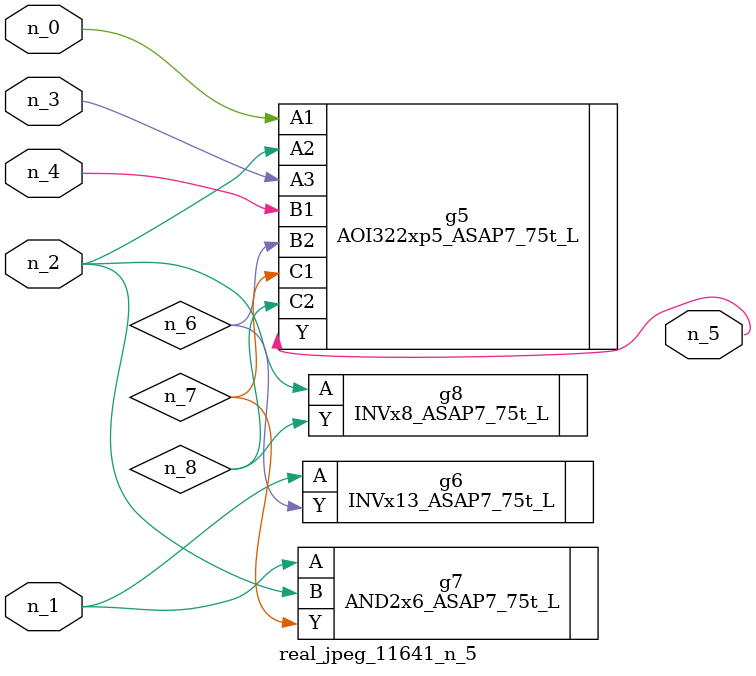
<source format=v>
module real_jpeg_11641_n_5 (n_4, n_0, n_1, n_2, n_3, n_5);

input n_4;
input n_0;
input n_1;
input n_2;
input n_3;

output n_5;

wire n_8;
wire n_6;
wire n_7;

AOI322xp5_ASAP7_75t_L g5 ( 
.A1(n_0),
.A2(n_2),
.A3(n_3),
.B1(n_4),
.B2(n_6),
.C1(n_7),
.C2(n_8),
.Y(n_5)
);

INVx13_ASAP7_75t_L g6 ( 
.A(n_1),
.Y(n_6)
);

AND2x6_ASAP7_75t_L g7 ( 
.A(n_1),
.B(n_2),
.Y(n_7)
);

INVx8_ASAP7_75t_L g8 ( 
.A(n_2),
.Y(n_8)
);


endmodule
</source>
